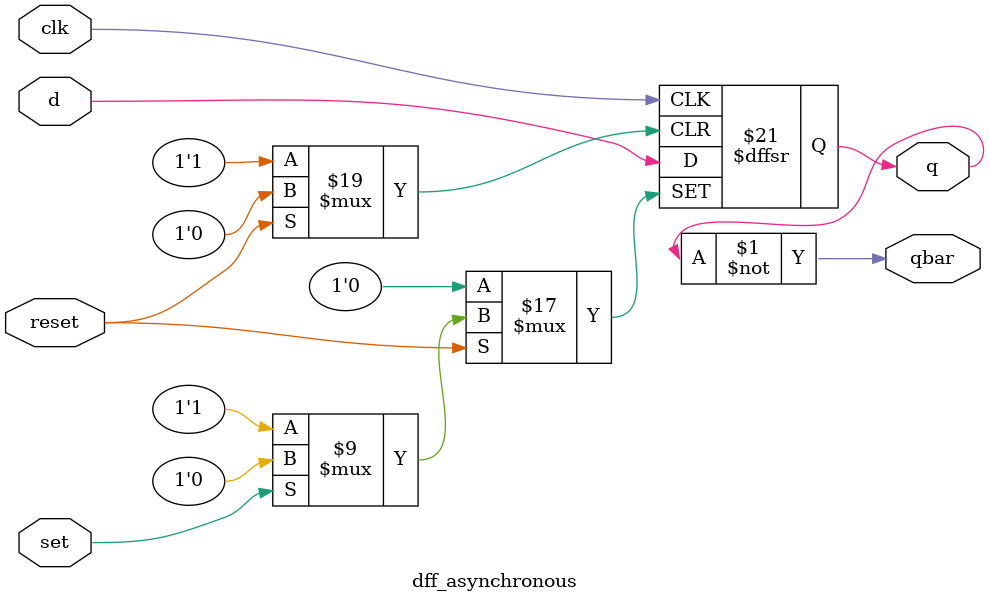
<source format=v>
`timescale 1ns / 1ps


module dff_asynchronous(q,qbar,d,set,reset,clk);
    input d,set,reset,clk;
    output reg q;
    output qbar;
    
    assign qbar = ~q;
    
    always@ (posedge clk or negedge set or negedge reset)
        begin
          if (reset == 0) q<=0;
          else if (set == 0) q<=1;
          else q<=d;
        end
endmodule

</source>
